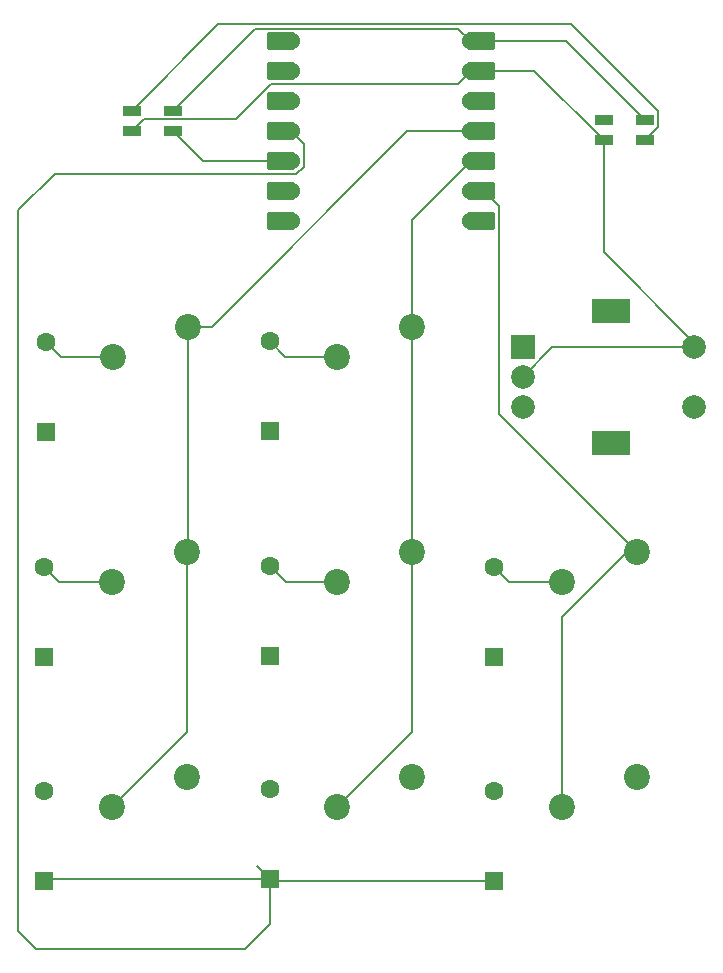
<source format=gbr>
%TF.GenerationSoftware,KiCad,Pcbnew,9.0.3*%
%TF.CreationDate,2025-08-10T10:47:53+08:00*%
%TF.ProjectId,HackPad Schematic,4861636b-5061-4642-9053-6368656d6174,rev?*%
%TF.SameCoordinates,Original*%
%TF.FileFunction,Copper,L1,Top*%
%TF.FilePolarity,Positive*%
%FSLAX46Y46*%
G04 Gerber Fmt 4.6, Leading zero omitted, Abs format (unit mm)*
G04 Created by KiCad (PCBNEW 9.0.3) date 2025-08-10 10:47:53*
%MOMM*%
%LPD*%
G01*
G04 APERTURE LIST*
G04 Aperture macros list*
%AMRoundRect*
0 Rectangle with rounded corners*
0 $1 Rounding radius*
0 $2 $3 $4 $5 $6 $7 $8 $9 X,Y pos of 4 corners*
0 Add a 4 corners polygon primitive as box body*
4,1,4,$2,$3,$4,$5,$6,$7,$8,$9,$2,$3,0*
0 Add four circle primitives for the rounded corners*
1,1,$1+$1,$2,$3*
1,1,$1+$1,$4,$5*
1,1,$1+$1,$6,$7*
1,1,$1+$1,$8,$9*
0 Add four rect primitives between the rounded corners*
20,1,$1+$1,$2,$3,$4,$5,0*
20,1,$1+$1,$4,$5,$6,$7,0*
20,1,$1+$1,$6,$7,$8,$9,0*
20,1,$1+$1,$8,$9,$2,$3,0*%
G04 Aperture macros list end*
%TA.AperFunction,ComponentPad*%
%ADD10RoundRect,0.250000X0.550000X-0.550000X0.550000X0.550000X-0.550000X0.550000X-0.550000X-0.550000X0*%
%TD*%
%TA.AperFunction,ComponentPad*%
%ADD11C,1.600000*%
%TD*%
%TA.AperFunction,SMDPad,CuDef*%
%ADD12R,1.600000X0.850000*%
%TD*%
%TA.AperFunction,ComponentPad*%
%ADD13C,2.200000*%
%TD*%
%TA.AperFunction,SMDPad,CuDef*%
%ADD14RoundRect,0.152400X1.063600X0.609600X-1.063600X0.609600X-1.063600X-0.609600X1.063600X-0.609600X0*%
%TD*%
%TA.AperFunction,ComponentPad*%
%ADD15C,1.524000*%
%TD*%
%TA.AperFunction,SMDPad,CuDef*%
%ADD16RoundRect,0.152400X-1.063600X-0.609600X1.063600X-0.609600X1.063600X0.609600X-1.063600X0.609600X0*%
%TD*%
%TA.AperFunction,ComponentPad*%
%ADD17R,2.000000X2.000000*%
%TD*%
%TA.AperFunction,ComponentPad*%
%ADD18C,2.000000*%
%TD*%
%TA.AperFunction,ComponentPad*%
%ADD19R,3.200000X2.000000*%
%TD*%
%TA.AperFunction,Conductor*%
%ADD20C,0.200000*%
%TD*%
G04 APERTURE END LIST*
D10*
%TO.P,D2,1,K*%
%TO.N,Net-(D1-K)*%
X118800000Y-115710000D03*
D11*
%TO.P,D2,2,A*%
%TO.N,Net-(D2-A)*%
X118800000Y-108090000D03*
%TD*%
D12*
%TO.P,D10,1,DOUT*%
%TO.N,unconnected-(D10-DOUT-Pad1)*%
X147050000Y-89325000D03*
%TO.P,D10,2,VSS*%
%TO.N,GND*%
X147050000Y-91075000D03*
%TO.P,D10,3,DIN*%
%TO.N,Net-(D10-DIN)*%
X150550000Y-91075000D03*
%TO.P,D10,4,VDD*%
%TO.N,+5V*%
X150550000Y-89325000D03*
%TD*%
D13*
%TO.P,SW1,1,1*%
%TO.N,Net-(U1-GPIO3{slash}MOSI)*%
X111843500Y-106838750D03*
%TO.P,SW1,2,2*%
%TO.N,Net-(D1-A)*%
X105493500Y-109378750D03*
%TD*%
D10*
%TO.P,D1,1,K*%
%TO.N,Net-(D1-K)*%
X99800000Y-115728750D03*
D11*
%TO.P,D1,2,A*%
%TO.N,Net-(D1-A)*%
X99800000Y-108108750D03*
%TD*%
D12*
%TO.P,D9,1,DOUT*%
%TO.N,Net-(D10-DIN)*%
X107100000Y-88550000D03*
%TO.P,D9,2,VSS*%
%TO.N,GND*%
X107100000Y-90300000D03*
%TO.P,D9,3,DIN*%
%TO.N,Net-(D9-DIN)*%
X110600000Y-90300000D03*
%TO.P,D9,4,VDD*%
%TO.N,+5V*%
X110600000Y-88550000D03*
%TD*%
D10*
%TO.P,D5,1,K*%
%TO.N,Net-(D3-K)*%
X137800000Y-134810000D03*
D11*
%TO.P,D5,2,A*%
%TO.N,Net-(D5-A)*%
X137800000Y-127190000D03*
%TD*%
D13*
%TO.P,SW6,1,1*%
%TO.N,Net-(D6-A)*%
X111760000Y-144938750D03*
%TO.P,SW6,2,2*%
%TO.N,Net-(U1-GPIO3{slash}MOSI)*%
X105410000Y-147478750D03*
%TD*%
D10*
%TO.P,D7,1,K*%
%TO.N,Net-(D6-K)*%
X118800000Y-153620000D03*
D11*
%TO.P,D7,2,A*%
%TO.N,Net-(D7-A)*%
X118800000Y-146000000D03*
%TD*%
D13*
%TO.P,SW3,1,1*%
%TO.N,Net-(U1-GPIO3{slash}MOSI)*%
X111760000Y-125888750D03*
%TO.P,SW3,2,2*%
%TO.N,Net-(D3-A)*%
X105410000Y-128428750D03*
%TD*%
%TO.P,SW7,1,1*%
%TO.N,Net-(D7-A)*%
X130810000Y-144938750D03*
%TO.P,SW7,2,2*%
%TO.N,Net-(U1-GPIO4{slash}MISO)*%
X124460000Y-147478750D03*
%TD*%
D14*
%TO.P,U1,1,GPIO26/ADC0/A0*%
%TO.N,unconnected-(U1-GPIO26{slash}ADC0{slash}A0-Pad1)*%
X119745000Y-82680000D03*
D15*
X120580000Y-82680000D03*
D14*
%TO.P,U1,2,GPIO27/ADC1/A1*%
%TO.N,Net-(D1-K)*%
X119745000Y-85220000D03*
D15*
X120580000Y-85220000D03*
D14*
%TO.P,U1,3,GPIO28/ADC2/A2*%
%TO.N,Net-(D3-K)*%
X119745000Y-87760000D03*
D15*
X120580000Y-87760000D03*
D14*
%TO.P,U1,4,GPIO29/ADC3/A3*%
%TO.N,Net-(D6-K)*%
X119745000Y-90300000D03*
D15*
X120580000Y-90300000D03*
D14*
%TO.P,U1,5,GPIO6/SDA*%
%TO.N,Net-(D9-DIN)*%
X119745000Y-92840000D03*
D15*
X120580000Y-92840000D03*
D14*
%TO.P,U1,6,GPIO7/SCL*%
%TO.N,Net-(U1-GPIO7{slash}SCL)*%
X119745000Y-95380000D03*
D15*
X120580000Y-95380000D03*
D14*
%TO.P,U1,7,GPIO0/TX*%
%TO.N,Net-(U1-GPIO0{slash}TX)*%
X119745000Y-97920000D03*
D15*
X120580000Y-97920000D03*
%TO.P,U1,8,GPIO1/RX*%
%TO.N,Net-(U1-GPIO1{slash}RX)*%
X135820000Y-97920000D03*
D16*
X136655000Y-97920000D03*
D15*
%TO.P,U1,9,GPIO2/SCK*%
%TO.N,Net-(U1-GPIO2{slash}SCK)*%
X135820000Y-95380000D03*
D16*
X136655000Y-95380000D03*
D15*
%TO.P,U1,10,GPIO4/MISO*%
%TO.N,Net-(U1-GPIO4{slash}MISO)*%
X135820000Y-92840000D03*
D16*
X136655000Y-92840000D03*
D15*
%TO.P,U1,11,GPIO3/MOSI*%
%TO.N,Net-(U1-GPIO3{slash}MOSI)*%
X135820000Y-90300000D03*
D16*
X136655000Y-90300000D03*
D15*
%TO.P,U1,12,3V3*%
%TO.N,unconnected-(U1-3V3-Pad12)*%
X135820000Y-87760000D03*
D16*
X136655000Y-87760000D03*
D15*
%TO.P,U1,13,GND*%
%TO.N,GND*%
X135820000Y-85220000D03*
D16*
X136655000Y-85220000D03*
D15*
%TO.P,U1,14,VBUS*%
%TO.N,+5V*%
X135820000Y-82680000D03*
D16*
X136655000Y-82680000D03*
%TD*%
D10*
%TO.P,D4,1,K*%
%TO.N,Net-(D3-K)*%
X118800000Y-134710000D03*
D11*
%TO.P,D4,2,A*%
%TO.N,Net-(D4-A)*%
X118800000Y-127090000D03*
%TD*%
D17*
%TO.P,SW9,A,A*%
%TO.N,Net-(U1-GPIO0{slash}TX)*%
X140200000Y-108600000D03*
D18*
%TO.P,SW9,B,B*%
%TO.N,Net-(U1-GPIO7{slash}SCL)*%
X140200000Y-113600000D03*
%TO.P,SW9,C,C*%
%TO.N,GND*%
X140200000Y-111100000D03*
D19*
%TO.P,SW9,MP*%
%TO.N,N/C*%
X147700000Y-105500000D03*
X147700000Y-116700000D03*
D18*
%TO.P,SW9,S1,S1*%
%TO.N,Net-(U1-GPIO1{slash}RX)*%
X154700000Y-113600000D03*
%TO.P,SW9,S2,S2*%
%TO.N,GND*%
X154700000Y-108600000D03*
%TD*%
D10*
%TO.P,D6,1,K*%
%TO.N,Net-(D6-K)*%
X99700000Y-153810000D03*
D11*
%TO.P,D6,2,A*%
%TO.N,Net-(D6-A)*%
X99700000Y-146190000D03*
%TD*%
D13*
%TO.P,SW4,1,1*%
%TO.N,Net-(U1-GPIO4{slash}MISO)*%
X130810000Y-125888750D03*
%TO.P,SW4,2,2*%
%TO.N,Net-(D4-A)*%
X124460000Y-128428750D03*
%TD*%
D10*
%TO.P,D8,1,K*%
%TO.N,Net-(D6-K)*%
X137800000Y-153810000D03*
D11*
%TO.P,D8,2,A*%
%TO.N,Net-(D8-A)*%
X137800000Y-146190000D03*
%TD*%
D13*
%TO.P,SW8,1,1*%
%TO.N,Net-(D8-A)*%
X149860000Y-144938750D03*
%TO.P,SW8,2,2*%
%TO.N,Net-(U1-GPIO2{slash}SCK)*%
X143510000Y-147478750D03*
%TD*%
D10*
%TO.P,D3,1,K*%
%TO.N,Net-(D3-K)*%
X99700000Y-134810000D03*
D11*
%TO.P,D3,2,A*%
%TO.N,Net-(D3-A)*%
X99700000Y-127190000D03*
%TD*%
D13*
%TO.P,SW2,1,1*%
%TO.N,Net-(U1-GPIO4{slash}MISO)*%
X130810000Y-106838750D03*
%TO.P,SW2,2,2*%
%TO.N,Net-(D2-A)*%
X124460000Y-109378750D03*
%TD*%
%TO.P,SW5,1,1*%
%TO.N,Net-(U1-GPIO2{slash}SCK)*%
X149860000Y-125888750D03*
%TO.P,SW5,2,2*%
%TO.N,Net-(D5-A)*%
X143510000Y-128428750D03*
%TD*%
D20*
%TO.N,Net-(D1-A)*%
X105493500Y-109378750D02*
X101070000Y-109378750D01*
X101070000Y-109378750D02*
X99800000Y-108108750D01*
%TO.N,Net-(D2-A)*%
X124460000Y-109378750D02*
X120088750Y-109378750D01*
X120088750Y-109378750D02*
X118800000Y-108090000D01*
%TO.N,Net-(D3-A)*%
X105410000Y-128428750D02*
X100938750Y-128428750D01*
X100938750Y-128428750D02*
X99700000Y-127190000D01*
%TO.N,Net-(D4-A)*%
X124460000Y-128428750D02*
X120138750Y-128428750D01*
X120138750Y-128428750D02*
X118800000Y-127090000D01*
%TO.N,Net-(D5-A)*%
X139038750Y-128428750D02*
X137800000Y-127190000D01*
X143510000Y-128428750D02*
X139038750Y-128428750D01*
%TO.N,Net-(D6-K)*%
X121020310Y-93903000D02*
X121643000Y-93280310D01*
X118800000Y-153620000D02*
X99890000Y-153620000D01*
X118800000Y-153620000D02*
X117699000Y-152519000D01*
X97500000Y-97000000D02*
X100597000Y-93903000D01*
X100597000Y-93903000D02*
X121020310Y-93903000D01*
X121643000Y-91363000D02*
X120580000Y-90300000D01*
X97500000Y-158000000D02*
X97500000Y-97000000D01*
X118990000Y-153810000D02*
X118800000Y-153620000D01*
X118800000Y-153620000D02*
X118800000Y-157400000D01*
X99000000Y-159500000D02*
X97500000Y-158000000D01*
X137800000Y-153810000D02*
X118990000Y-153810000D01*
X118800000Y-157400000D02*
X116700000Y-159500000D01*
X121643000Y-93280310D02*
X121643000Y-91363000D01*
X99890000Y-153620000D02*
X99700000Y-153810000D01*
X116700000Y-159500000D02*
X99000000Y-159500000D01*
%TO.N,Net-(D10-DIN)*%
X114434000Y-81216000D02*
X107100000Y-88550000D01*
X151651000Y-88599000D02*
X144268000Y-81216000D01*
X151651000Y-89974000D02*
X151651000Y-88599000D01*
X150550000Y-91075000D02*
X151651000Y-89974000D01*
X144268000Y-81216000D02*
X114434000Y-81216000D01*
%TO.N,Net-(D9-DIN)*%
X110600000Y-90300000D02*
X113140000Y-92840000D01*
X113140000Y-92840000D02*
X120580000Y-92840000D01*
%TO.N,+5V*%
X150550000Y-89325000D02*
X143905000Y-82680000D01*
X143905000Y-82680000D02*
X135820000Y-82680000D01*
X135820000Y-82680000D02*
X134757000Y-81617000D01*
X117533000Y-81617000D02*
X110600000Y-88550000D01*
X134757000Y-81617000D02*
X117533000Y-81617000D01*
%TO.N,GND*%
X115910374Y-89276000D02*
X118903374Y-86283000D01*
X107100000Y-90300000D02*
X108124000Y-89276000D01*
X154700000Y-108200000D02*
X147050000Y-100550000D01*
X140200000Y-111100000D02*
X142700000Y-108600000D01*
X134757000Y-86283000D02*
X135820000Y-85220000D01*
X142700000Y-108600000D02*
X154700000Y-108600000D01*
X118903374Y-86283000D02*
X134757000Y-86283000D01*
X141195000Y-85220000D02*
X135820000Y-85220000D01*
X147050000Y-100550000D02*
X147050000Y-91075000D01*
X154700000Y-108600000D02*
X154700000Y-108200000D01*
X147050000Y-91075000D02*
X141195000Y-85220000D01*
X108124000Y-89276000D02*
X115910374Y-89276000D01*
%TO.N,Net-(U1-GPIO3{slash}MOSI)*%
X111843500Y-125805250D02*
X111760000Y-125888750D01*
X111843500Y-106838750D02*
X113861250Y-106838750D01*
X111760000Y-125888750D02*
X111760000Y-141128750D01*
X111760000Y-141128750D02*
X105410000Y-147478750D01*
X111843500Y-106838750D02*
X111843500Y-125805250D01*
X113861250Y-106838750D02*
X130400000Y-90300000D01*
X130400000Y-90300000D02*
X135820000Y-90300000D01*
%TO.N,Net-(U1-GPIO4{slash}MISO)*%
X130810000Y-125888750D02*
X130810000Y-141128750D01*
X130810000Y-141128750D02*
X124460000Y-147478750D01*
X135820000Y-92840000D02*
X130810000Y-97850000D01*
X130810000Y-97850000D02*
X130810000Y-106838750D01*
X130810000Y-106838750D02*
X130810000Y-125888750D01*
%TO.N,Net-(U1-GPIO2{slash}SCK)*%
X138172000Y-96654370D02*
X136897630Y-95380000D01*
X136897630Y-95380000D02*
X135820000Y-95380000D01*
X143510000Y-147478750D02*
X143510000Y-131390000D01*
X138172000Y-114200750D02*
X138172000Y-96654370D01*
X143510000Y-131390000D02*
X149011250Y-125888750D01*
X149011250Y-125888750D02*
X149860000Y-125888750D01*
X149860000Y-125888750D02*
X138172000Y-114200750D01*
%TD*%
M02*

</source>
